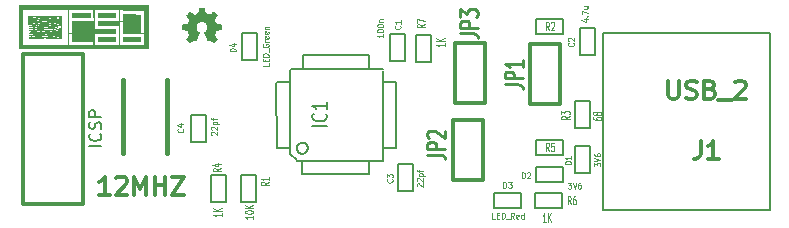
<source format=gto>
G04 (created by PCBNEW-RS274X (2012-jan-04)-stable) date Thu 15 Nov 2012 21:08:36 CET*
G01*
G70*
G90*
%MOIN*%
G04 Gerber Fmt 3.4, Leading zero omitted, Abs format*
%FSLAX34Y34*%
G04 APERTURE LIST*
%ADD10C,0.006000*%
%ADD11C,0.005000*%
%ADD12C,0.012000*%
%ADD13C,0.015000*%
%ADD14C,0.000100*%
%ADD15C,0.008000*%
%ADD16C,0.010000*%
%ADD17C,0.004500*%
G04 APERTURE END LIST*
G54D10*
G54D11*
X61350Y-38175D02*
X66900Y-38175D01*
X66900Y-44075D02*
X61350Y-44075D01*
X61350Y-38175D02*
X61350Y-44075D01*
X66900Y-38175D02*
X66900Y-44075D01*
G54D10*
X53540Y-38920D02*
X53540Y-39370D01*
X51360Y-38920D02*
X51360Y-39360D01*
X53540Y-38920D02*
X51360Y-38920D01*
X54010Y-39800D02*
X54440Y-39800D01*
X54020Y-42010D02*
X54440Y-42010D01*
X54440Y-42020D02*
X54450Y-39800D01*
X50470Y-42000D02*
X50460Y-39830D01*
X51160Y-42430D02*
X53990Y-42430D01*
X50470Y-39820D02*
X50880Y-39820D01*
X50920Y-42180D02*
X50920Y-39400D01*
X54000Y-39380D02*
X50960Y-39380D01*
X54000Y-42430D02*
X54000Y-39430D01*
X51330Y-42880D02*
X53550Y-42880D01*
X53550Y-42880D02*
X53550Y-42430D01*
X51150Y-42426D02*
X50920Y-42196D01*
X51330Y-42878D02*
X51330Y-42426D01*
X50920Y-42000D02*
X50468Y-42000D01*
X51512Y-42018D02*
X51508Y-42054D01*
X51497Y-42089D01*
X51480Y-42122D01*
X51457Y-42150D01*
X51429Y-42173D01*
X51396Y-42191D01*
X51361Y-42202D01*
X51325Y-42205D01*
X51289Y-42202D01*
X51254Y-42192D01*
X51222Y-42175D01*
X51193Y-42152D01*
X51169Y-42124D01*
X51152Y-42092D01*
X51141Y-42057D01*
X51137Y-42020D01*
X51140Y-41985D01*
X51150Y-41949D01*
X51166Y-41917D01*
X51189Y-41888D01*
X51217Y-41864D01*
X51249Y-41846D01*
X51284Y-41835D01*
X51321Y-41831D01*
X51356Y-41833D01*
X51391Y-41843D01*
X51424Y-41860D01*
X51453Y-41882D01*
X51477Y-41910D01*
X51495Y-41942D01*
X51507Y-41977D01*
X51511Y-42013D01*
X51512Y-42018D01*
G54D12*
X57400Y-40525D02*
X56400Y-40525D01*
X56400Y-40525D02*
X56400Y-38525D01*
X56400Y-38525D02*
X57400Y-38525D01*
X57400Y-38525D02*
X57400Y-40525D01*
X57350Y-43075D02*
X56350Y-43075D01*
X56350Y-43075D02*
X56350Y-41075D01*
X56350Y-41075D02*
X57350Y-41075D01*
X57350Y-41075D02*
X57350Y-43075D01*
X59925Y-40550D02*
X58925Y-40550D01*
X58925Y-40550D02*
X58925Y-38550D01*
X58925Y-38550D02*
X59925Y-38550D01*
X59925Y-38550D02*
X59925Y-40550D01*
X44025Y-38875D02*
X44025Y-43875D01*
X44025Y-43875D02*
X42025Y-43875D01*
X42025Y-43875D02*
X42025Y-38875D01*
X42025Y-38875D02*
X44025Y-38875D01*
G54D11*
X54750Y-38225D02*
X54750Y-39125D01*
X54750Y-39125D02*
X54250Y-39125D01*
X54250Y-39125D02*
X54250Y-38225D01*
X54250Y-38225D02*
X54750Y-38225D01*
X61075Y-38000D02*
X61075Y-38900D01*
X61075Y-38900D02*
X60575Y-38900D01*
X60575Y-38900D02*
X60575Y-38000D01*
X60575Y-38000D02*
X61075Y-38000D01*
X54525Y-43450D02*
X54525Y-42550D01*
X54525Y-42550D02*
X55025Y-42550D01*
X55025Y-42550D02*
X55025Y-43450D01*
X55025Y-43450D02*
X54525Y-43450D01*
X47600Y-41800D02*
X47600Y-40900D01*
X47600Y-40900D02*
X48100Y-40900D01*
X48100Y-40900D02*
X48100Y-41800D01*
X48100Y-41800D02*
X47600Y-41800D01*
X60925Y-41950D02*
X60925Y-42850D01*
X60925Y-42850D02*
X60425Y-42850D01*
X60425Y-42850D02*
X60425Y-41950D01*
X60425Y-41950D02*
X60925Y-41950D01*
X59100Y-42650D02*
X60000Y-42650D01*
X60000Y-42650D02*
X60000Y-43150D01*
X60000Y-43150D02*
X59100Y-43150D01*
X59100Y-43150D02*
X59100Y-42650D01*
X57725Y-43500D02*
X58625Y-43500D01*
X58625Y-43500D02*
X58625Y-44000D01*
X58625Y-44000D02*
X57725Y-44000D01*
X57725Y-44000D02*
X57725Y-43500D01*
X49325Y-39075D02*
X49325Y-38175D01*
X49325Y-38175D02*
X49825Y-38175D01*
X49825Y-38175D02*
X49825Y-39075D01*
X49825Y-39075D02*
X49325Y-39075D01*
X49275Y-43800D02*
X49275Y-42900D01*
X49275Y-42900D02*
X49775Y-42900D01*
X49775Y-42900D02*
X49775Y-43800D01*
X49775Y-43800D02*
X49275Y-43800D01*
X59125Y-37725D02*
X60025Y-37725D01*
X60025Y-37725D02*
X60025Y-38225D01*
X60025Y-38225D02*
X59125Y-38225D01*
X59125Y-38225D02*
X59125Y-37725D01*
X60425Y-41350D02*
X60425Y-40450D01*
X60425Y-40450D02*
X60925Y-40450D01*
X60925Y-40450D02*
X60925Y-41350D01*
X60925Y-41350D02*
X60425Y-41350D01*
X48775Y-42900D02*
X48775Y-43800D01*
X48775Y-43800D02*
X48275Y-43800D01*
X48275Y-43800D02*
X48275Y-42900D01*
X48275Y-42900D02*
X48775Y-42900D01*
X59125Y-41750D02*
X60025Y-41750D01*
X60025Y-41750D02*
X60025Y-42250D01*
X60025Y-42250D02*
X59125Y-42250D01*
X59125Y-42250D02*
X59125Y-41750D01*
X59975Y-44000D02*
X59075Y-44000D01*
X59075Y-44000D02*
X59075Y-43500D01*
X59075Y-43500D02*
X59975Y-43500D01*
X59975Y-43500D02*
X59975Y-44000D01*
X55600Y-38250D02*
X55600Y-39150D01*
X55600Y-39150D02*
X55100Y-39150D01*
X55100Y-39150D02*
X55100Y-38250D01*
X55100Y-38250D02*
X55600Y-38250D01*
G54D13*
X46803Y-39730D02*
X46803Y-42170D01*
X45347Y-42170D02*
X45347Y-39730D01*
G54D14*
G36*
X46205Y-38718D02*
X46057Y-38718D01*
X46057Y-38580D01*
X46057Y-38393D01*
X46057Y-38206D01*
X46057Y-38176D01*
X46057Y-37818D01*
X46057Y-37459D01*
X45703Y-37459D01*
X45348Y-37459D01*
X45348Y-37430D01*
X45348Y-37412D01*
X45341Y-37403D01*
X45324Y-37400D01*
X45299Y-37400D01*
X45250Y-37400D01*
X45250Y-37592D01*
X45250Y-37784D01*
X45299Y-37784D01*
X45348Y-37784D01*
X45348Y-37670D01*
X45348Y-37557D01*
X45651Y-37560D01*
X45954Y-37562D01*
X45956Y-37870D01*
X45959Y-38176D01*
X46008Y-38176D01*
X46057Y-38176D01*
X46057Y-38206D01*
X45703Y-38206D01*
X45348Y-38206D01*
X45348Y-38009D01*
X45348Y-37813D01*
X45299Y-37813D01*
X45250Y-37813D01*
X45250Y-38196D01*
X45250Y-38580D01*
X45654Y-38580D01*
X46057Y-38580D01*
X46057Y-38718D01*
X45211Y-38718D01*
X45211Y-37410D01*
X44808Y-37410D01*
X44404Y-37410D01*
X44404Y-37730D01*
X44404Y-38048D01*
X44756Y-38051D01*
X45108Y-38053D01*
X45108Y-38132D01*
X45108Y-38211D01*
X44756Y-38213D01*
X44404Y-38216D01*
X44404Y-38403D01*
X44404Y-38590D01*
X44807Y-38590D01*
X45211Y-38590D01*
X45208Y-38267D01*
X45206Y-37946D01*
X44854Y-37944D01*
X44502Y-37941D01*
X44502Y-37862D01*
X44502Y-37784D01*
X44854Y-37781D01*
X45206Y-37779D01*
X45208Y-37594D01*
X45211Y-37410D01*
X45211Y-38718D01*
X44365Y-38718D01*
X44365Y-37774D01*
X44362Y-37589D01*
X44359Y-37405D01*
X43959Y-37402D01*
X43558Y-37400D01*
X43558Y-37793D01*
X43558Y-38186D01*
X43607Y-38186D01*
X43657Y-38186D01*
X43657Y-37980D01*
X43657Y-37774D01*
X44011Y-37774D01*
X44365Y-37774D01*
X44365Y-38718D01*
X44364Y-38718D01*
X44364Y-38590D01*
X44364Y-38536D01*
X44364Y-38481D01*
X44011Y-38481D01*
X43657Y-38481D01*
X43657Y-38349D01*
X43657Y-38216D01*
X43607Y-38216D01*
X43558Y-38216D01*
X43558Y-38403D01*
X43558Y-38590D01*
X43962Y-38590D01*
X44364Y-38590D01*
X44364Y-38718D01*
X44040Y-38718D01*
X43512Y-38718D01*
X43512Y-38590D01*
X43505Y-38479D01*
X43504Y-38447D01*
X43503Y-38397D01*
X43502Y-38333D01*
X43501Y-38256D01*
X43500Y-38170D01*
X43500Y-38077D01*
X43499Y-37979D01*
X43499Y-37885D01*
X43499Y-37400D01*
X42756Y-37400D01*
X42013Y-37400D01*
X42013Y-37994D01*
X42013Y-38590D01*
X42763Y-38590D01*
X43512Y-38590D01*
X43512Y-38718D01*
X41875Y-38718D01*
X41875Y-37985D01*
X41875Y-37252D01*
X44040Y-37252D01*
X46205Y-37252D01*
X46205Y-37985D01*
X46205Y-38718D01*
X46205Y-38718D01*
X46205Y-38718D01*
G37*
G36*
X43322Y-37597D02*
X43322Y-37885D01*
X43322Y-37965D01*
X43321Y-38044D01*
X43320Y-38119D01*
X43319Y-38186D01*
X43317Y-38242D01*
X43316Y-38282D01*
X43316Y-38282D01*
X43309Y-38393D01*
X43297Y-38393D01*
X43297Y-37950D01*
X43282Y-37931D01*
X43274Y-37927D01*
X43264Y-37920D01*
X43260Y-37906D01*
X43260Y-37879D01*
X43261Y-37864D01*
X43262Y-37830D01*
X43259Y-37809D01*
X43250Y-37796D01*
X43247Y-37793D01*
X43234Y-37784D01*
X43236Y-37788D01*
X43242Y-37796D01*
X43250Y-37816D01*
X43250Y-37848D01*
X43248Y-37863D01*
X43242Y-37895D01*
X43233Y-37912D01*
X43228Y-37915D01*
X43228Y-37786D01*
X43206Y-37765D01*
X43189Y-37745D01*
X43186Y-37725D01*
X43195Y-37699D01*
X43199Y-37691D01*
X43211Y-37665D01*
X43210Y-37652D01*
X43197Y-37646D01*
X43184Y-37646D01*
X43163Y-37651D01*
X43153Y-37663D01*
X43160Y-37677D01*
X43164Y-37680D01*
X43172Y-37694D01*
X43174Y-37710D01*
X43174Y-37735D01*
X43094Y-37735D01*
X43094Y-37699D01*
X43094Y-37688D01*
X43086Y-37665D01*
X43068Y-37657D01*
X43053Y-37658D01*
X43047Y-37670D01*
X43046Y-37685D01*
X43049Y-37706D01*
X43060Y-37714D01*
X43072Y-37715D01*
X43090Y-37712D01*
X43094Y-37699D01*
X43094Y-37735D01*
X43016Y-37735D01*
X43016Y-37699D01*
X43015Y-37688D01*
X43007Y-37665D01*
X42990Y-37657D01*
X42974Y-37658D01*
X42968Y-37670D01*
X42968Y-37685D01*
X42970Y-37706D01*
X42981Y-37714D01*
X42993Y-37715D01*
X43011Y-37712D01*
X43016Y-37699D01*
X43016Y-37735D01*
X42943Y-37735D01*
X42938Y-37734D01*
X42938Y-37692D01*
X42930Y-37658D01*
X42907Y-37635D01*
X42873Y-37628D01*
X42871Y-37628D01*
X42851Y-37629D01*
X42851Y-37631D01*
X42859Y-37633D01*
X42890Y-37639D01*
X42904Y-37646D01*
X42904Y-37654D01*
X42900Y-37658D01*
X42891Y-37677D01*
X42889Y-37692D01*
X42893Y-37709D01*
X42911Y-37715D01*
X42913Y-37715D01*
X42932Y-37711D01*
X42938Y-37695D01*
X42938Y-37692D01*
X42938Y-37734D01*
X42878Y-37734D01*
X42859Y-37734D01*
X42859Y-37685D01*
X42856Y-37664D01*
X42845Y-37656D01*
X42840Y-37656D01*
X42823Y-37664D01*
X42817Y-37676D01*
X42817Y-37629D01*
X42810Y-37627D01*
X42783Y-37634D01*
X42761Y-37655D01*
X42751Y-37683D01*
X42751Y-37686D01*
X42754Y-37707D01*
X42766Y-37714D01*
X42771Y-37715D01*
X42785Y-37712D01*
X42790Y-37700D01*
X42789Y-37679D01*
X42789Y-37653D01*
X42798Y-37639D01*
X42805Y-37635D01*
X42817Y-37629D01*
X42817Y-37676D01*
X42813Y-37683D01*
X42814Y-37703D01*
X42815Y-37705D01*
X42829Y-37713D01*
X42840Y-37715D01*
X42854Y-37710D01*
X42859Y-37692D01*
X42859Y-37685D01*
X42859Y-37734D01*
X42820Y-37733D01*
X42772Y-37732D01*
X42736Y-37730D01*
X42716Y-37728D01*
X42712Y-37727D01*
X42718Y-37713D01*
X42722Y-37708D01*
X42729Y-37690D01*
X42723Y-37670D01*
X42708Y-37657D01*
X42701Y-37656D01*
X42687Y-37661D01*
X42682Y-37680D01*
X42682Y-37683D01*
X42686Y-37708D01*
X42694Y-37723D01*
X42698Y-37730D01*
X42686Y-37734D01*
X42668Y-37735D01*
X42653Y-37737D01*
X42653Y-37695D01*
X42653Y-37693D01*
X42647Y-37673D01*
X42631Y-37649D01*
X42613Y-37632D01*
X42600Y-37626D01*
X42599Y-37631D01*
X42608Y-37639D01*
X42619Y-37652D01*
X42615Y-37660D01*
X42606Y-37674D01*
X42603Y-37691D01*
X42608Y-37709D01*
X42624Y-37715D01*
X42628Y-37715D01*
X42647Y-37710D01*
X42653Y-37695D01*
X42653Y-37737D01*
X42625Y-37742D01*
X42585Y-37762D01*
X42574Y-37773D01*
X42574Y-37683D01*
X42571Y-37662D01*
X42561Y-37657D01*
X42552Y-37657D01*
X42536Y-37663D01*
X42531Y-37679D01*
X42531Y-37693D01*
X42530Y-37712D01*
X42520Y-37729D01*
X42511Y-37737D01*
X42511Y-37627D01*
X42507Y-37626D01*
X42492Y-37634D01*
X42490Y-37636D01*
X42477Y-37644D01*
X42461Y-37646D01*
X42440Y-37642D01*
X42431Y-37636D01*
X42416Y-37628D01*
X42393Y-37626D01*
X42372Y-37632D01*
X42361Y-37641D01*
X42359Y-37665D01*
X42374Y-37681D01*
X42395Y-37685D01*
X42420Y-37680D01*
X42436Y-37670D01*
X42454Y-37658D01*
X42464Y-37655D01*
X42479Y-37652D01*
X42495Y-37643D01*
X42508Y-37634D01*
X42511Y-37627D01*
X42511Y-37737D01*
X42500Y-37747D01*
X42486Y-37758D01*
X42445Y-37785D01*
X42412Y-37805D01*
X42387Y-37817D01*
X42375Y-37818D01*
X42366Y-37819D01*
X42356Y-37830D01*
X42351Y-37845D01*
X42352Y-37852D01*
X42368Y-37862D01*
X42390Y-37861D01*
X42409Y-37850D01*
X42416Y-37840D01*
X42427Y-37825D01*
X42451Y-37802D01*
X42483Y-37776D01*
X42499Y-37764D01*
X42535Y-37737D01*
X42558Y-37718D01*
X42569Y-37702D01*
X42574Y-37688D01*
X42574Y-37683D01*
X42574Y-37773D01*
X42554Y-37791D01*
X42533Y-37826D01*
X42528Y-37862D01*
X42529Y-37868D01*
X42532Y-37890D01*
X42527Y-37900D01*
X42509Y-37902D01*
X42504Y-37902D01*
X42474Y-37909D01*
X42431Y-37931D01*
X42406Y-37947D01*
X42339Y-37991D01*
X42361Y-37984D01*
X42393Y-37968D01*
X42397Y-37965D01*
X42423Y-37948D01*
X42440Y-37941D01*
X42454Y-37943D01*
X42467Y-37950D01*
X42491Y-37959D01*
X42512Y-37956D01*
X42520Y-37953D01*
X42539Y-37939D01*
X42540Y-37926D01*
X42543Y-37908D01*
X42554Y-37890D01*
X42570Y-37863D01*
X42573Y-37836D01*
X42564Y-37817D01*
X42562Y-37805D01*
X42577Y-37786D01*
X42589Y-37775D01*
X42624Y-37744D01*
X42766Y-37744D01*
X42909Y-37744D01*
X42909Y-37777D01*
X42905Y-37802D01*
X42898Y-37820D01*
X42898Y-37820D01*
X42890Y-37839D01*
X42892Y-37860D01*
X42904Y-37874D01*
X42913Y-37877D01*
X42929Y-37869D01*
X42937Y-37851D01*
X42935Y-37830D01*
X42929Y-37820D01*
X42922Y-37803D01*
X42918Y-37778D01*
X42918Y-37777D01*
X42918Y-37744D01*
X43046Y-37744D01*
X43097Y-37745D01*
X43139Y-37747D01*
X43167Y-37750D01*
X43179Y-37754D01*
X43192Y-37766D01*
X43207Y-37775D01*
X43228Y-37786D01*
X43228Y-37915D01*
X43218Y-37922D01*
X43217Y-37922D01*
X43209Y-37928D01*
X43209Y-37877D01*
X43205Y-37864D01*
X43191Y-37856D01*
X43161Y-37849D01*
X43160Y-37849D01*
X43126Y-37842D01*
X43098Y-37834D01*
X43089Y-37830D01*
X43066Y-37825D01*
X43046Y-37829D01*
X43037Y-37839D01*
X43037Y-37841D01*
X43042Y-37854D01*
X43050Y-37868D01*
X43062Y-37881D01*
X43072Y-37879D01*
X43083Y-37870D01*
X43107Y-37857D01*
X43132Y-37853D01*
X43153Y-37855D01*
X43159Y-37863D01*
X43158Y-37872D01*
X43147Y-37891D01*
X43129Y-37913D01*
X43113Y-37932D01*
X43105Y-37949D01*
X43105Y-37949D01*
X43099Y-37968D01*
X43089Y-37982D01*
X43078Y-37997D01*
X43081Y-38006D01*
X43086Y-38010D01*
X43111Y-38018D01*
X43133Y-38014D01*
X43142Y-38003D01*
X43140Y-37985D01*
X43132Y-37979D01*
X43118Y-37963D01*
X43119Y-37943D01*
X43132Y-37922D01*
X43154Y-37906D01*
X43183Y-37898D01*
X43188Y-37897D01*
X43205Y-37890D01*
X43209Y-37877D01*
X43209Y-37928D01*
X43193Y-37938D01*
X43187Y-37961D01*
X43193Y-37979D01*
X43198Y-37995D01*
X43188Y-38006D01*
X43182Y-38010D01*
X43162Y-38021D01*
X43157Y-38029D01*
X43162Y-38042D01*
X43166Y-38047D01*
X43174Y-38066D01*
X43167Y-38079D01*
X43151Y-38085D01*
X43131Y-38081D01*
X43115Y-38070D01*
X43111Y-38056D01*
X43111Y-38055D01*
X43108Y-38041D01*
X43092Y-38033D01*
X43070Y-38033D01*
X43065Y-38034D01*
X43049Y-38045D01*
X43049Y-38060D01*
X43065Y-38071D01*
X43073Y-38074D01*
X43097Y-38079D01*
X43112Y-38083D01*
X43119Y-38095D01*
X43122Y-38120D01*
X43122Y-38134D01*
X43117Y-38173D01*
X43102Y-38198D01*
X43073Y-38211D01*
X43066Y-38212D01*
X43066Y-38133D01*
X43066Y-38130D01*
X43059Y-38104D01*
X43035Y-38078D01*
X43032Y-38075D01*
X43015Y-38063D01*
X43012Y-38061D01*
X43012Y-37852D01*
X43006Y-37832D01*
X42990Y-37825D01*
X42973Y-37826D01*
X42968Y-37841D01*
X42968Y-37845D01*
X42972Y-37871D01*
X42986Y-37881D01*
X42997Y-37880D01*
X43009Y-37869D01*
X43012Y-37852D01*
X43012Y-38061D01*
X42999Y-38055D01*
X42978Y-38050D01*
X42966Y-38049D01*
X42966Y-37934D01*
X42961Y-37915D01*
X42943Y-37905D01*
X42916Y-37904D01*
X42887Y-37915D01*
X42886Y-37915D01*
X42858Y-37928D01*
X42858Y-37851D01*
X42853Y-37827D01*
X42840Y-37806D01*
X42828Y-37795D01*
X42813Y-37789D01*
X42790Y-37785D01*
X42755Y-37784D01*
X42731Y-37784D01*
X42687Y-37784D01*
X42658Y-37787D01*
X42639Y-37792D01*
X42626Y-37801D01*
X42623Y-37803D01*
X42609Y-37826D01*
X42603Y-37852D01*
X42608Y-37873D01*
X42610Y-37876D01*
X42626Y-37881D01*
X42643Y-37872D01*
X42651Y-37854D01*
X42649Y-37833D01*
X42642Y-37823D01*
X42632Y-37812D01*
X42641Y-37803D01*
X42667Y-37797D01*
X42709Y-37794D01*
X42730Y-37794D01*
X42778Y-37794D01*
X42808Y-37797D01*
X42823Y-37802D01*
X42825Y-37810D01*
X42819Y-37819D01*
X42811Y-37840D01*
X42814Y-37861D01*
X42826Y-37875D01*
X42835Y-37877D01*
X42851Y-37870D01*
X42858Y-37851D01*
X42858Y-37928D01*
X42856Y-37929D01*
X42831Y-37928D01*
X42802Y-37913D01*
X42799Y-37911D01*
X42780Y-37894D01*
X42778Y-37882D01*
X42780Y-37879D01*
X42790Y-37860D01*
X42789Y-37840D01*
X42780Y-37825D01*
X42772Y-37823D01*
X42753Y-37830D01*
X42746Y-37846D01*
X42750Y-37869D01*
X42765Y-37895D01*
X42789Y-37917D01*
X42796Y-37922D01*
X42824Y-37935D01*
X42850Y-37941D01*
X42853Y-37941D01*
X42874Y-37945D01*
X42884Y-37952D01*
X42897Y-37958D01*
X42922Y-37959D01*
X42927Y-37959D01*
X42952Y-37954D01*
X42964Y-37943D01*
X42966Y-37934D01*
X42966Y-38049D01*
X42949Y-38047D01*
X42905Y-38046D01*
X42891Y-38045D01*
X42847Y-38044D01*
X42809Y-38041D01*
X42783Y-38038D01*
X42773Y-38035D01*
X42764Y-38024D01*
X42771Y-38016D01*
X42789Y-38014D01*
X42801Y-38016D01*
X42824Y-38017D01*
X42835Y-38007D01*
X42836Y-38004D01*
X42836Y-37987D01*
X42820Y-37978D01*
X42786Y-37977D01*
X42772Y-37978D01*
X42740Y-37981D01*
X42724Y-37986D01*
X42722Y-37995D01*
X42729Y-38009D01*
X42729Y-38009D01*
X42735Y-38027D01*
X42731Y-38034D01*
X42722Y-38048D01*
X42722Y-38055D01*
X42725Y-38063D01*
X42737Y-38066D01*
X42764Y-38064D01*
X42776Y-38063D01*
X42815Y-38060D01*
X42839Y-38065D01*
X42845Y-38068D01*
X42862Y-38076D01*
X42884Y-38070D01*
X42885Y-38070D01*
X42918Y-38061D01*
X42958Y-38059D01*
X42994Y-38065D01*
X43014Y-38073D01*
X43029Y-38087D01*
X43028Y-38101D01*
X43025Y-38107D01*
X43018Y-38130D01*
X43026Y-38149D01*
X43046Y-38157D01*
X43046Y-38157D01*
X43061Y-38152D01*
X43066Y-38133D01*
X43066Y-38212D01*
X43029Y-38215D01*
X43028Y-38215D01*
X42975Y-38216D01*
X42983Y-38157D01*
X42985Y-38124D01*
X42985Y-38106D01*
X42980Y-38099D01*
X42970Y-38098D01*
X42949Y-38104D01*
X42940Y-38109D01*
X42927Y-38116D01*
X42916Y-38109D01*
X42897Y-38099D01*
X42887Y-38098D01*
X42874Y-38104D01*
X42869Y-38123D01*
X42869Y-38127D01*
X42872Y-38149D01*
X42884Y-38157D01*
X42888Y-38157D01*
X42906Y-38150D01*
X42912Y-38142D01*
X42923Y-38127D01*
X42936Y-38128D01*
X42947Y-38142D01*
X42955Y-38168D01*
X42958Y-38194D01*
X42957Y-38202D01*
X42953Y-38208D01*
X42943Y-38212D01*
X42923Y-38215D01*
X42892Y-38216D01*
X42845Y-38217D01*
X42835Y-38217D01*
X42835Y-38127D01*
X42829Y-38107D01*
X42813Y-38099D01*
X42796Y-38101D01*
X42791Y-38116D01*
X42791Y-38120D01*
X42795Y-38146D01*
X42809Y-38155D01*
X42820Y-38155D01*
X42832Y-38143D01*
X42835Y-38127D01*
X42835Y-38217D01*
X42817Y-38218D01*
X42773Y-38218D01*
X42761Y-38219D01*
X42761Y-38127D01*
X42758Y-38105D01*
X42746Y-38098D01*
X42742Y-38098D01*
X42724Y-38103D01*
X42719Y-38110D01*
X42712Y-38116D01*
X42700Y-38107D01*
X42692Y-38091D01*
X42685Y-38062D01*
X42680Y-38026D01*
X42676Y-37990D01*
X42675Y-37957D01*
X42677Y-37934D01*
X42681Y-37927D01*
X42694Y-37912D01*
X42708Y-37887D01*
X42718Y-37860D01*
X42722Y-37841D01*
X42714Y-37826D01*
X42701Y-37823D01*
X42687Y-37825D01*
X42683Y-37836D01*
X42685Y-37859D01*
X42685Y-37862D01*
X42685Y-37894D01*
X42677Y-37913D01*
X42672Y-37927D01*
X42668Y-37955D01*
X42663Y-37992D01*
X42660Y-38034D01*
X42657Y-38076D01*
X42657Y-38113D01*
X42658Y-38140D01*
X42660Y-38151D01*
X42676Y-38157D01*
X42693Y-38153D01*
X42702Y-38143D01*
X42702Y-38142D01*
X42707Y-38129D01*
X42712Y-38127D01*
X42720Y-38135D01*
X42722Y-38142D01*
X42730Y-38154D01*
X42741Y-38157D01*
X42756Y-38152D01*
X42761Y-38135D01*
X42761Y-38127D01*
X42761Y-38219D01*
X42743Y-38220D01*
X42727Y-38221D01*
X42729Y-38222D01*
X42739Y-38223D01*
X42778Y-38228D01*
X42798Y-38236D01*
X42800Y-38249D01*
X42785Y-38265D01*
X42771Y-38272D01*
X42759Y-38263D01*
X42757Y-38260D01*
X42742Y-38248D01*
X42729Y-38254D01*
X42722Y-38275D01*
X42722Y-38280D01*
X42729Y-38299D01*
X42745Y-38305D01*
X42765Y-38296D01*
X42767Y-38294D01*
X42780Y-38291D01*
X42790Y-38299D01*
X42807Y-38313D01*
X42821Y-38308D01*
X42830Y-38299D01*
X42838Y-38285D01*
X42833Y-38268D01*
X42826Y-38254D01*
X42809Y-38226D01*
X42889Y-38226D01*
X42968Y-38226D01*
X42952Y-38250D01*
X42942Y-38272D01*
X42947Y-38291D01*
X42948Y-38295D01*
X42961Y-38311D01*
X42972Y-38309D01*
X42980Y-38291D01*
X42980Y-38267D01*
X42979Y-38226D01*
X43028Y-38226D01*
X43078Y-38220D01*
X43112Y-38202D01*
X43131Y-38173D01*
X43135Y-38148D01*
X43138Y-38120D01*
X43150Y-38104D01*
X43159Y-38098D01*
X43180Y-38082D01*
X43190Y-38067D01*
X43198Y-38052D01*
X43205Y-38049D01*
X43211Y-38040D01*
X43214Y-38025D01*
X43217Y-38008D01*
X43230Y-38000D01*
X43252Y-37995D01*
X43278Y-37987D01*
X43295Y-37978D01*
X43296Y-37975D01*
X43297Y-37950D01*
X43297Y-38393D01*
X43210Y-38393D01*
X43210Y-38339D01*
X43203Y-38328D01*
X43199Y-38324D01*
X43182Y-38316D01*
X43160Y-38322D01*
X43159Y-38323D01*
X43132Y-38331D01*
X43102Y-38334D01*
X43076Y-38331D01*
X43061Y-38324D01*
X43060Y-38309D01*
X43065Y-38296D01*
X43069Y-38274D01*
X43062Y-38259D01*
X43050Y-38247D01*
X43037Y-38251D01*
X43032Y-38255D01*
X43020Y-38276D01*
X43021Y-38296D01*
X43021Y-38318D01*
X43015Y-38326D01*
X43008Y-38337D01*
X43010Y-38347D01*
X43023Y-38360D01*
X43043Y-38363D01*
X43060Y-38355D01*
X43061Y-38354D01*
X43076Y-38346D01*
X43102Y-38344D01*
X43132Y-38347D01*
X43159Y-38355D01*
X43181Y-38362D01*
X43196Y-38356D01*
X43200Y-38352D01*
X43210Y-38339D01*
X43210Y-38393D01*
X42909Y-38393D01*
X42909Y-38285D01*
X42905Y-38263D01*
X42894Y-38255D01*
X42890Y-38255D01*
X42872Y-38262D01*
X42866Y-38270D01*
X42864Y-38294D01*
X42876Y-38310D01*
X42890Y-38314D01*
X42904Y-38309D01*
X42908Y-38290D01*
X42909Y-38285D01*
X42909Y-38393D01*
X42780Y-38393D01*
X42780Y-38345D01*
X42776Y-38339D01*
X42758Y-38334D01*
X42723Y-38332D01*
X42700Y-38332D01*
X42700Y-38292D01*
X42698Y-38270D01*
X42687Y-38255D01*
X42677Y-38254D01*
X42677Y-38218D01*
X42650Y-38217D01*
X42618Y-38225D01*
X42598Y-38242D01*
X42579Y-38267D01*
X42575Y-38286D01*
X42586Y-38303D01*
X42602Y-38312D01*
X42613Y-38303D01*
X42618Y-38276D01*
X42618Y-38269D01*
X42620Y-38244D01*
X42628Y-38231D01*
X42647Y-38225D01*
X42648Y-38224D01*
X42677Y-38218D01*
X42677Y-38254D01*
X42672Y-38253D01*
X42666Y-38256D01*
X42655Y-38275D01*
X42654Y-38297D01*
X42659Y-38308D01*
X42676Y-38313D01*
X42693Y-38305D01*
X42700Y-38292D01*
X42700Y-38332D01*
X42671Y-38331D01*
X42614Y-38332D01*
X42547Y-38334D01*
X42497Y-38333D01*
X42462Y-38329D01*
X42437Y-38323D01*
X42422Y-38313D01*
X42411Y-38300D01*
X42406Y-38289D01*
X42394Y-38270D01*
X42376Y-38266D01*
X42347Y-38277D01*
X42343Y-38279D01*
X42315Y-38293D01*
X42360Y-38300D01*
X42392Y-38308D01*
X42416Y-38320D01*
X42422Y-38325D01*
X42431Y-38333D01*
X42444Y-38338D01*
X42463Y-38341D01*
X42494Y-38343D01*
X42538Y-38344D01*
X42575Y-38344D01*
X42629Y-38344D01*
X42673Y-38346D01*
X42703Y-38349D01*
X42716Y-38353D01*
X42717Y-38354D01*
X42732Y-38362D01*
X42755Y-38361D01*
X42771Y-38354D01*
X42780Y-38345D01*
X42780Y-38393D01*
X42755Y-38393D01*
X42200Y-38393D01*
X42200Y-38344D01*
X42200Y-38295D01*
X42252Y-38294D01*
X42281Y-38293D01*
X42292Y-38290D01*
X42289Y-38285D01*
X42269Y-38278D01*
X42241Y-38275D01*
X42237Y-38275D01*
X42209Y-38272D01*
X42200Y-38262D01*
X42200Y-38261D01*
X42207Y-38253D01*
X42229Y-38246D01*
X42268Y-38241D01*
X42271Y-38240D01*
X42307Y-38236D01*
X42334Y-38229D01*
X42359Y-38217D01*
X42388Y-38198D01*
X42413Y-38180D01*
X42448Y-38154D01*
X42474Y-38139D01*
X42495Y-38130D01*
X42518Y-38127D01*
X42533Y-38127D01*
X42565Y-38129D01*
X42580Y-38134D01*
X42584Y-38142D01*
X42592Y-38154D01*
X42603Y-38157D01*
X42618Y-38152D01*
X42623Y-38135D01*
X42623Y-38127D01*
X42620Y-38106D01*
X42608Y-38098D01*
X42603Y-38098D01*
X42587Y-38102D01*
X42584Y-38108D01*
X42575Y-38113D01*
X42552Y-38117D01*
X42532Y-38117D01*
X42506Y-38119D01*
X42484Y-38123D01*
X42462Y-38134D01*
X42433Y-38153D01*
X42407Y-38173D01*
X42371Y-38198D01*
X42346Y-38214D01*
X42327Y-38221D01*
X42310Y-38223D01*
X42298Y-38221D01*
X42264Y-38216D01*
X42232Y-38213D01*
X42207Y-38208D01*
X42199Y-38199D01*
X42208Y-38191D01*
X42232Y-38186D01*
X42240Y-38186D01*
X42267Y-38183D01*
X42277Y-38174D01*
X42268Y-38164D01*
X42244Y-38157D01*
X42221Y-38150D01*
X42216Y-38142D01*
X42226Y-38135D01*
X42248Y-38127D01*
X42282Y-38122D01*
X42324Y-38118D01*
X42339Y-38118D01*
X42376Y-38113D01*
X42400Y-38100D01*
X42401Y-38098D01*
X42424Y-38083D01*
X42449Y-38076D01*
X42475Y-38068D01*
X42484Y-38056D01*
X42479Y-38043D01*
X42463Y-38037D01*
X42444Y-38039D01*
X42428Y-38049D01*
X42424Y-38057D01*
X42412Y-38076D01*
X42393Y-38093D01*
X42377Y-38101D01*
X42359Y-38106D01*
X42333Y-38106D01*
X42294Y-38103D01*
X42283Y-38101D01*
X42240Y-38096D01*
X42213Y-38089D01*
X42204Y-38082D01*
X42212Y-38077D01*
X42239Y-38074D01*
X42264Y-38073D01*
X42306Y-38069D01*
X42349Y-38057D01*
X42385Y-38042D01*
X42409Y-38023D01*
X42411Y-38019D01*
X42424Y-38014D01*
X42446Y-38016D01*
X42469Y-38017D01*
X42481Y-38007D01*
X42482Y-38004D01*
X42481Y-37985D01*
X42474Y-37980D01*
X42456Y-37972D01*
X42442Y-37978D01*
X42429Y-37990D01*
X42410Y-38008D01*
X42385Y-38024D01*
X42359Y-38036D01*
X42340Y-38042D01*
X42333Y-38041D01*
X42320Y-38037D01*
X42294Y-38034D01*
X42265Y-38034D01*
X42227Y-38032D01*
X42207Y-38027D01*
X42206Y-38021D01*
X42223Y-38014D01*
X42259Y-38007D01*
X42276Y-38004D01*
X42324Y-37996D01*
X42338Y-37991D01*
X42269Y-37985D01*
X42234Y-37980D01*
X42208Y-37976D01*
X42195Y-37971D01*
X42195Y-37971D01*
X42197Y-37961D01*
X42215Y-37955D01*
X42246Y-37954D01*
X42274Y-37957D01*
X42311Y-37959D01*
X42330Y-37954D01*
X42333Y-37951D01*
X42334Y-37935D01*
X42318Y-37924D01*
X42283Y-37918D01*
X42256Y-37917D01*
X42195Y-37917D01*
X42192Y-37757D01*
X42190Y-37597D01*
X42756Y-37597D01*
X43322Y-37597D01*
X43322Y-37597D01*
X43322Y-37597D01*
G37*
G36*
X42610Y-38121D02*
X42609Y-38127D01*
X42603Y-38127D01*
X42595Y-38124D01*
X42597Y-38121D01*
X42609Y-38119D01*
X42610Y-38121D01*
X42610Y-38121D01*
X42610Y-38121D01*
G37*
G36*
X42308Y-38053D02*
X42303Y-38058D01*
X42298Y-38053D01*
X42303Y-38049D01*
X42308Y-38053D01*
X42308Y-38053D01*
X42308Y-38053D01*
G37*
G36*
X42462Y-38052D02*
X42461Y-38057D01*
X42456Y-38058D01*
X42448Y-38055D01*
X42449Y-38052D01*
X42461Y-38051D01*
X42462Y-38052D01*
X42462Y-38052D01*
X42462Y-38052D01*
G37*
G36*
X42462Y-37993D02*
X42461Y-37998D01*
X42456Y-37999D01*
X42448Y-37996D01*
X42449Y-37993D01*
X42461Y-37992D01*
X42462Y-37993D01*
X42462Y-37993D01*
X42462Y-37993D01*
G37*
G36*
X42308Y-37936D02*
X42303Y-37941D01*
X42298Y-37936D01*
X42303Y-37931D01*
X42308Y-37936D01*
X42308Y-37936D01*
X42308Y-37936D01*
G37*
G36*
X42505Y-37926D02*
X42500Y-37931D01*
X42495Y-37926D01*
X42500Y-37921D01*
X42505Y-37926D01*
X42505Y-37926D01*
X42505Y-37926D01*
G37*
G36*
X42554Y-37848D02*
X42549Y-37853D01*
X42544Y-37848D01*
X42549Y-37843D01*
X42554Y-37848D01*
X42554Y-37848D01*
X42554Y-37848D01*
G37*
G36*
X42918Y-37848D02*
X42913Y-37853D01*
X42909Y-37848D01*
X42913Y-37843D01*
X42918Y-37848D01*
X42918Y-37848D01*
X42918Y-37848D01*
G37*
G36*
X42710Y-37691D02*
X42709Y-37692D01*
X42703Y-37691D01*
X42702Y-37685D01*
X42706Y-37677D01*
X42709Y-37679D01*
X42710Y-37691D01*
X42710Y-37691D01*
X42710Y-37691D01*
G37*
G36*
X43194Y-37661D02*
X43189Y-37666D01*
X43184Y-37661D01*
X43189Y-37656D01*
X43194Y-37661D01*
X43194Y-37661D01*
X43194Y-37661D01*
G37*
G36*
X45105Y-38366D02*
X45104Y-38402D01*
X45104Y-38407D01*
X45101Y-38481D01*
X44802Y-38481D01*
X44502Y-38481D01*
X44502Y-38398D01*
X44502Y-38314D01*
X44801Y-38314D01*
X44890Y-38315D01*
X44965Y-38316D01*
X45025Y-38317D01*
X45069Y-38319D01*
X45096Y-38321D01*
X45104Y-38324D01*
X45105Y-38338D01*
X45105Y-38366D01*
X45105Y-38366D01*
X45105Y-38366D01*
G37*
G36*
X45112Y-37675D02*
X44502Y-37675D01*
X44502Y-37508D01*
X45112Y-37508D01*
X45112Y-37675D01*
X45112Y-37675D01*
X45112Y-37675D01*
G37*
G36*
X45959Y-38472D02*
X45348Y-38472D01*
X45348Y-38314D01*
X45959Y-38314D01*
X45959Y-38472D01*
X45959Y-38472D01*
X45959Y-38472D01*
G37*
G36*
X44266Y-37666D02*
X43657Y-37666D01*
X43657Y-37508D01*
X44266Y-37508D01*
X44266Y-37666D01*
X44266Y-37666D01*
X44266Y-37666D01*
G37*
G36*
X42751Y-38339D02*
X42746Y-38344D01*
X42741Y-38339D01*
X42746Y-38334D01*
X42751Y-38339D01*
X42751Y-38339D01*
X42751Y-38339D01*
G37*
G36*
X42387Y-38290D02*
X42382Y-38295D01*
X42377Y-38290D01*
X42382Y-38285D01*
X42387Y-38290D01*
X42387Y-38290D01*
X42387Y-38290D01*
G37*
G36*
X43046Y-38339D02*
X43042Y-38344D01*
X43037Y-38339D01*
X43042Y-38334D01*
X43046Y-38339D01*
X43046Y-38339D01*
X43046Y-38339D01*
G37*
G36*
X43184Y-38339D02*
X43179Y-38344D01*
X43174Y-38339D01*
X43179Y-38334D01*
X43184Y-38339D01*
X43184Y-38339D01*
X43184Y-38339D01*
G37*
G36*
X43053Y-38278D02*
X43052Y-38284D01*
X43046Y-38285D01*
X43038Y-38281D01*
X43040Y-38278D01*
X43052Y-38277D01*
X43053Y-38278D01*
X43053Y-38278D01*
X43053Y-38278D01*
G37*
G36*
X42613Y-38280D02*
X42608Y-38285D01*
X42603Y-38280D01*
X42608Y-38275D01*
X42613Y-38280D01*
X42613Y-38280D01*
X42613Y-38280D01*
G37*
G36*
X42682Y-38280D02*
X42677Y-38285D01*
X42672Y-38280D01*
X42677Y-38275D01*
X42682Y-38280D01*
X42682Y-38280D01*
X42682Y-38280D01*
G37*
G36*
X42751Y-38280D02*
X42746Y-38285D01*
X42741Y-38280D01*
X42746Y-38275D01*
X42751Y-38280D01*
X42751Y-38280D01*
X42751Y-38280D01*
G37*
G36*
X42820Y-38280D02*
X42815Y-38285D01*
X42810Y-38280D01*
X42815Y-38275D01*
X42820Y-38280D01*
X42820Y-38280D01*
X42820Y-38280D01*
G37*
G36*
X42978Y-38280D02*
X42972Y-38285D01*
X42968Y-38280D01*
X42972Y-38275D01*
X42978Y-38280D01*
X42978Y-38280D01*
X42978Y-38280D01*
G37*
G36*
X42899Y-38122D02*
X42894Y-38127D01*
X42889Y-38122D01*
X42894Y-38117D01*
X42899Y-38122D01*
X42899Y-38122D01*
X42899Y-38122D01*
G37*
G36*
X42978Y-38122D02*
X42972Y-38127D01*
X42968Y-38122D01*
X42972Y-38117D01*
X42978Y-38122D01*
X42978Y-38122D01*
X42978Y-38122D01*
G37*
G36*
X43086Y-38053D02*
X43081Y-38058D01*
X43076Y-38053D01*
X43081Y-38049D01*
X43086Y-38053D01*
X43086Y-38053D01*
X43086Y-38053D01*
G37*
G36*
X43194Y-38034D02*
X43189Y-38039D01*
X43184Y-38034D01*
X43189Y-38029D01*
X43194Y-38034D01*
X43194Y-38034D01*
X43194Y-38034D01*
G37*
G36*
X43253Y-37961D02*
X43246Y-37970D01*
X43243Y-37971D01*
X43234Y-37963D01*
X43234Y-37961D01*
X43241Y-37951D01*
X43243Y-37951D01*
X43253Y-37959D01*
X43253Y-37961D01*
X43253Y-37961D01*
X43253Y-37961D01*
G37*
G36*
X42899Y-38280D02*
X42894Y-38285D01*
X42889Y-38280D01*
X42894Y-38275D01*
X42899Y-38280D01*
X42899Y-38280D01*
X42899Y-38280D01*
G37*
G36*
X42682Y-38122D02*
X42677Y-38127D01*
X42672Y-38122D01*
X42677Y-38117D01*
X42682Y-38122D01*
X42682Y-38122D01*
X42682Y-38122D01*
G37*
G36*
X42751Y-38122D02*
X42746Y-38127D01*
X42741Y-38122D01*
X42746Y-38117D01*
X42751Y-38122D01*
X42751Y-38122D01*
X42751Y-38122D01*
G37*
G36*
X42712Y-37848D02*
X42707Y-37853D01*
X42702Y-37848D01*
X42707Y-37843D01*
X42712Y-37848D01*
X42712Y-37848D01*
X42712Y-37848D01*
G37*
G36*
X42820Y-38122D02*
X42815Y-38127D01*
X42810Y-38122D01*
X42815Y-38117D01*
X42820Y-38122D01*
X42820Y-38122D01*
X42820Y-38122D01*
G37*
G36*
X43056Y-38122D02*
X43051Y-38127D01*
X43046Y-38122D01*
X43051Y-38117D01*
X43056Y-38122D01*
X43056Y-38122D01*
X43056Y-38122D01*
G37*
G36*
X42758Y-38052D02*
X42756Y-38057D01*
X42751Y-38058D01*
X42743Y-38055D01*
X42745Y-38052D01*
X42756Y-38051D01*
X42758Y-38052D01*
X42758Y-38052D01*
X42758Y-38052D01*
G37*
G36*
X42869Y-38053D02*
X42864Y-38058D01*
X42859Y-38053D01*
X42864Y-38049D01*
X42869Y-38053D01*
X42869Y-38053D01*
X42869Y-38053D01*
G37*
G36*
X42758Y-37993D02*
X42756Y-37998D01*
X42751Y-37999D01*
X42743Y-37996D01*
X42745Y-37993D01*
X42756Y-37992D01*
X42758Y-37993D01*
X42758Y-37993D01*
X42758Y-37993D01*
G37*
G36*
X42820Y-37994D02*
X42815Y-37999D01*
X42810Y-37994D01*
X42815Y-37990D01*
X42820Y-37994D01*
X42820Y-37994D01*
X42820Y-37994D01*
G37*
G36*
X43115Y-37994D02*
X43110Y-37999D01*
X43105Y-37994D01*
X43110Y-37990D01*
X43115Y-37994D01*
X43115Y-37994D01*
X43115Y-37994D01*
G37*
G36*
X43194Y-37877D02*
X43189Y-37882D01*
X43184Y-37877D01*
X43189Y-37872D01*
X43194Y-37877D01*
X43194Y-37877D01*
X43194Y-37877D01*
G37*
G36*
X43073Y-37846D02*
X43071Y-37852D01*
X43066Y-37853D01*
X43058Y-37849D01*
X43060Y-37846D01*
X43071Y-37845D01*
X43073Y-37846D01*
X43073Y-37846D01*
X43073Y-37846D01*
G37*
G36*
X42928Y-37936D02*
X42923Y-37941D01*
X42918Y-37936D01*
X42923Y-37931D01*
X42928Y-37936D01*
X42928Y-37936D01*
X42928Y-37936D01*
G37*
G36*
X42781Y-37848D02*
X42776Y-37853D01*
X42771Y-37848D01*
X42776Y-37843D01*
X42781Y-37848D01*
X42781Y-37848D01*
X42781Y-37848D01*
G37*
G36*
X42633Y-37848D02*
X42628Y-37853D01*
X42623Y-37848D01*
X42628Y-37843D01*
X42633Y-37848D01*
X42633Y-37848D01*
X42633Y-37848D01*
G37*
G36*
X42846Y-37846D02*
X42845Y-37852D01*
X42840Y-37853D01*
X42832Y-37849D01*
X42833Y-37846D01*
X42845Y-37845D01*
X42846Y-37846D01*
X42846Y-37846D01*
X42846Y-37846D01*
G37*
G36*
X42997Y-37848D02*
X42992Y-37853D01*
X42987Y-37848D01*
X42992Y-37843D01*
X42997Y-37848D01*
X42997Y-37848D01*
X42997Y-37848D01*
G37*
G36*
X42387Y-37838D02*
X42382Y-37843D01*
X42377Y-37838D01*
X42382Y-37833D01*
X42387Y-37838D01*
X42387Y-37838D01*
X42387Y-37838D01*
G37*
G36*
X42564Y-37690D02*
X42559Y-37695D01*
X42554Y-37690D01*
X42559Y-37685D01*
X42564Y-37690D01*
X42564Y-37690D01*
X42564Y-37690D01*
G37*
G36*
X42643Y-37690D02*
X42638Y-37695D01*
X42633Y-37690D01*
X42638Y-37685D01*
X42643Y-37690D01*
X42643Y-37690D01*
X42643Y-37690D01*
G37*
G36*
X42781Y-37690D02*
X42776Y-37695D01*
X42771Y-37690D01*
X42776Y-37685D01*
X42781Y-37690D01*
X42781Y-37690D01*
X42781Y-37690D01*
G37*
G36*
X42995Y-37691D02*
X42994Y-37692D01*
X42988Y-37691D01*
X42987Y-37685D01*
X42991Y-37677D01*
X42994Y-37679D01*
X42995Y-37691D01*
X42995Y-37691D01*
X42995Y-37691D01*
G37*
G36*
X43074Y-37691D02*
X43073Y-37692D01*
X43067Y-37691D01*
X43066Y-37685D01*
X43070Y-37677D01*
X43073Y-37679D01*
X43074Y-37691D01*
X43074Y-37691D01*
X43074Y-37691D01*
G37*
G36*
X42407Y-37651D02*
X42402Y-37656D01*
X42397Y-37651D01*
X42402Y-37646D01*
X42407Y-37651D01*
X42407Y-37651D01*
X42407Y-37651D01*
G37*
G36*
X47582Y-38510D02*
X47589Y-38506D01*
X47604Y-38497D01*
X47626Y-38482D01*
X47652Y-38465D01*
X47678Y-38447D01*
X47700Y-38433D01*
X47715Y-38423D01*
X47721Y-38420D01*
X47724Y-38421D01*
X47737Y-38427D01*
X47754Y-38436D01*
X47765Y-38442D01*
X47781Y-38449D01*
X47790Y-38450D01*
X47791Y-38448D01*
X47797Y-38436D01*
X47806Y-38414D01*
X47819Y-38386D01*
X47833Y-38352D01*
X47848Y-38316D01*
X47864Y-38280D01*
X47878Y-38245D01*
X47891Y-38213D01*
X47901Y-38187D01*
X47908Y-38170D01*
X47911Y-38162D01*
X47910Y-38160D01*
X47902Y-38152D01*
X47887Y-38142D01*
X47856Y-38116D01*
X47825Y-38078D01*
X47807Y-38035D01*
X47800Y-37986D01*
X47806Y-37941D01*
X47823Y-37899D01*
X47853Y-37860D01*
X47890Y-37831D01*
X47932Y-37813D01*
X47980Y-37807D01*
X48025Y-37812D01*
X48069Y-37830D01*
X48108Y-37859D01*
X48125Y-37878D01*
X48147Y-37917D01*
X48160Y-37959D01*
X48161Y-37970D01*
X48159Y-38016D01*
X48146Y-38060D01*
X48121Y-38099D01*
X48088Y-38132D01*
X48083Y-38135D01*
X48068Y-38147D01*
X48057Y-38155D01*
X48049Y-38161D01*
X48108Y-38303D01*
X48117Y-38325D01*
X48133Y-38364D01*
X48147Y-38397D01*
X48159Y-38424D01*
X48167Y-38442D01*
X48170Y-38449D01*
X48170Y-38449D01*
X48176Y-38450D01*
X48186Y-38446D01*
X48206Y-38437D01*
X48219Y-38430D01*
X48234Y-38423D01*
X48241Y-38420D01*
X48247Y-38423D01*
X48261Y-38432D01*
X48282Y-38446D01*
X48308Y-38464D01*
X48332Y-38480D01*
X48354Y-38495D01*
X48370Y-38505D01*
X48378Y-38509D01*
X48379Y-38509D01*
X48386Y-38505D01*
X48399Y-38495D01*
X48418Y-38477D01*
X48445Y-38450D01*
X48449Y-38445D01*
X48472Y-38423D01*
X48490Y-38404D01*
X48502Y-38390D01*
X48507Y-38384D01*
X48507Y-38384D01*
X48503Y-38376D01*
X48492Y-38360D01*
X48478Y-38337D01*
X48460Y-38311D01*
X48413Y-38243D01*
X48439Y-38179D01*
X48447Y-38159D01*
X48457Y-38135D01*
X48464Y-38118D01*
X48468Y-38111D01*
X48475Y-38108D01*
X48492Y-38104D01*
X48518Y-38099D01*
X48548Y-38093D01*
X48577Y-38088D01*
X48603Y-38083D01*
X48622Y-38079D01*
X48631Y-38078D01*
X48633Y-38076D01*
X48635Y-38072D01*
X48636Y-38063D01*
X48636Y-38047D01*
X48637Y-38022D01*
X48637Y-37986D01*
X48637Y-37982D01*
X48636Y-37948D01*
X48636Y-37920D01*
X48635Y-37903D01*
X48634Y-37896D01*
X48634Y-37896D01*
X48625Y-37894D01*
X48607Y-37890D01*
X48581Y-37885D01*
X48550Y-37879D01*
X48548Y-37878D01*
X48517Y-37872D01*
X48490Y-37867D01*
X48472Y-37863D01*
X48465Y-37860D01*
X48463Y-37858D01*
X48457Y-37846D01*
X48448Y-37827D01*
X48437Y-37803D01*
X48427Y-37779D01*
X48419Y-37757D01*
X48413Y-37740D01*
X48411Y-37733D01*
X48411Y-37733D01*
X48416Y-37725D01*
X48426Y-37709D01*
X48441Y-37687D01*
X48460Y-37660D01*
X48461Y-37658D01*
X48479Y-37632D01*
X48493Y-37610D01*
X48503Y-37594D01*
X48507Y-37587D01*
X48506Y-37586D01*
X48501Y-37579D01*
X48487Y-37564D01*
X48468Y-37544D01*
X48445Y-37520D01*
X48438Y-37513D01*
X48412Y-37488D01*
X48394Y-37472D01*
X48383Y-37463D01*
X48378Y-37461D01*
X48378Y-37461D01*
X48370Y-37466D01*
X48353Y-37477D01*
X48331Y-37492D01*
X48304Y-37510D01*
X48302Y-37512D01*
X48276Y-37530D01*
X48254Y-37544D01*
X48239Y-37555D01*
X48232Y-37559D01*
X48231Y-37559D01*
X48220Y-37556D01*
X48201Y-37549D01*
X48178Y-37540D01*
X48154Y-37530D01*
X48132Y-37521D01*
X48115Y-37514D01*
X48108Y-37509D01*
X48107Y-37509D01*
X48105Y-37499D01*
X48100Y-37480D01*
X48094Y-37453D01*
X48088Y-37420D01*
X48087Y-37415D01*
X48081Y-37384D01*
X48076Y-37358D01*
X48073Y-37340D01*
X48071Y-37333D01*
X48066Y-37332D01*
X48051Y-37331D01*
X48028Y-37330D01*
X48000Y-37330D01*
X47970Y-37330D01*
X47941Y-37331D01*
X47917Y-37331D01*
X47899Y-37333D01*
X47891Y-37334D01*
X47891Y-37335D01*
X47888Y-37344D01*
X47884Y-37364D01*
X47879Y-37391D01*
X47872Y-37423D01*
X47871Y-37429D01*
X47865Y-37460D01*
X47860Y-37486D01*
X47856Y-37504D01*
X47854Y-37511D01*
X47852Y-37512D01*
X47839Y-37518D01*
X47818Y-37526D01*
X47792Y-37537D01*
X47732Y-37561D01*
X47658Y-37511D01*
X47651Y-37506D01*
X47625Y-37488D01*
X47603Y-37473D01*
X47588Y-37464D01*
X47581Y-37460D01*
X47581Y-37460D01*
X47573Y-37467D01*
X47559Y-37480D01*
X47539Y-37500D01*
X47516Y-37523D01*
X47498Y-37540D01*
X47478Y-37561D01*
X47465Y-37575D01*
X47458Y-37584D01*
X47456Y-37589D01*
X47456Y-37593D01*
X47461Y-37600D01*
X47472Y-37617D01*
X47487Y-37639D01*
X47505Y-37665D01*
X47520Y-37687D01*
X47536Y-37712D01*
X47546Y-37729D01*
X47550Y-37738D01*
X47549Y-37742D01*
X47544Y-37756D01*
X47535Y-37778D01*
X47524Y-37804D01*
X47498Y-37862D01*
X47460Y-37870D01*
X47437Y-37874D01*
X47404Y-37880D01*
X47373Y-37886D01*
X47325Y-37896D01*
X47323Y-38073D01*
X47331Y-38076D01*
X47338Y-38078D01*
X47356Y-38082D01*
X47381Y-38087D01*
X47412Y-38093D01*
X47437Y-38098D01*
X47463Y-38103D01*
X47482Y-38106D01*
X47490Y-38108D01*
X47492Y-38111D01*
X47499Y-38123D01*
X47508Y-38143D01*
X47518Y-38167D01*
X47529Y-38192D01*
X47538Y-38215D01*
X47544Y-38233D01*
X47547Y-38242D01*
X47543Y-38249D01*
X47533Y-38264D01*
X47519Y-38286D01*
X47501Y-38312D01*
X47484Y-38337D01*
X47469Y-38360D01*
X47459Y-38375D01*
X47454Y-38383D01*
X47456Y-38388D01*
X47467Y-38400D01*
X47486Y-38420D01*
X47515Y-38449D01*
X47520Y-38453D01*
X47543Y-38476D01*
X47562Y-38494D01*
X47576Y-38506D01*
X47582Y-38510D01*
X47582Y-38510D01*
G37*
G54D12*
X64600Y-41768D02*
X64600Y-42196D01*
X64572Y-42282D01*
X64515Y-42339D01*
X64429Y-42368D01*
X64372Y-42368D01*
X65200Y-42368D02*
X64857Y-42368D01*
X65029Y-42368D02*
X65029Y-41768D01*
X64972Y-41854D01*
X64914Y-41911D01*
X64857Y-41939D01*
X63529Y-39768D02*
X63529Y-40254D01*
X63557Y-40311D01*
X63586Y-40339D01*
X63643Y-40368D01*
X63757Y-40368D01*
X63815Y-40339D01*
X63843Y-40311D01*
X63872Y-40254D01*
X63872Y-39768D01*
X64129Y-40339D02*
X64215Y-40368D01*
X64358Y-40368D01*
X64415Y-40339D01*
X64444Y-40311D01*
X64472Y-40254D01*
X64472Y-40196D01*
X64444Y-40139D01*
X64415Y-40111D01*
X64358Y-40082D01*
X64244Y-40054D01*
X64186Y-40025D01*
X64158Y-39996D01*
X64129Y-39939D01*
X64129Y-39882D01*
X64158Y-39825D01*
X64186Y-39796D01*
X64244Y-39768D01*
X64386Y-39768D01*
X64472Y-39796D01*
X64929Y-40054D02*
X65015Y-40082D01*
X65043Y-40111D01*
X65072Y-40168D01*
X65072Y-40254D01*
X65043Y-40311D01*
X65015Y-40339D01*
X64957Y-40368D01*
X64729Y-40368D01*
X64729Y-39768D01*
X64929Y-39768D01*
X64986Y-39796D01*
X65015Y-39825D01*
X65043Y-39882D01*
X65043Y-39939D01*
X65015Y-39996D01*
X64986Y-40025D01*
X64929Y-40054D01*
X64729Y-40054D01*
X65186Y-40425D02*
X65643Y-40425D01*
X65757Y-39825D02*
X65786Y-39796D01*
X65843Y-39768D01*
X65986Y-39768D01*
X66043Y-39796D01*
X66072Y-39825D01*
X66100Y-39882D01*
X66100Y-39939D01*
X66072Y-40025D01*
X65729Y-40368D01*
X66100Y-40368D01*
G54D15*
X52152Y-41290D02*
X51652Y-41290D01*
X52105Y-40871D02*
X52129Y-40890D01*
X52152Y-40947D01*
X52152Y-40985D01*
X52129Y-41043D01*
X52081Y-41081D01*
X52033Y-41100D01*
X51938Y-41119D01*
X51867Y-41119D01*
X51771Y-41100D01*
X51724Y-41081D01*
X51676Y-41043D01*
X51652Y-40985D01*
X51652Y-40947D01*
X51676Y-40890D01*
X51700Y-40871D01*
X52152Y-40490D02*
X52152Y-40719D01*
X52152Y-40605D02*
X51652Y-40605D01*
X51724Y-40643D01*
X51771Y-40681D01*
X51795Y-40719D01*
G54D16*
X56583Y-38193D02*
X57011Y-38193D01*
X57097Y-38213D01*
X57154Y-38251D01*
X57183Y-38308D01*
X57183Y-38346D01*
X57183Y-38003D02*
X56583Y-38003D01*
X56583Y-37850D01*
X56611Y-37812D01*
X56640Y-37793D01*
X56697Y-37774D01*
X56783Y-37774D01*
X56840Y-37793D01*
X56869Y-37812D01*
X56897Y-37850D01*
X56897Y-38003D01*
X56583Y-37641D02*
X56583Y-37393D01*
X56811Y-37527D01*
X56811Y-37469D01*
X56840Y-37431D01*
X56869Y-37412D01*
X56926Y-37393D01*
X57069Y-37393D01*
X57126Y-37412D01*
X57154Y-37431D01*
X57183Y-37469D01*
X57183Y-37584D01*
X57154Y-37622D01*
X57126Y-37641D01*
X55483Y-42233D02*
X55911Y-42233D01*
X55997Y-42253D01*
X56054Y-42291D01*
X56083Y-42348D01*
X56083Y-42386D01*
X56083Y-42043D02*
X55483Y-42043D01*
X55483Y-41890D01*
X55511Y-41852D01*
X55540Y-41833D01*
X55597Y-41814D01*
X55683Y-41814D01*
X55740Y-41833D01*
X55769Y-41852D01*
X55797Y-41890D01*
X55797Y-42043D01*
X55540Y-41662D02*
X55511Y-41643D01*
X55483Y-41605D01*
X55483Y-41509D01*
X55511Y-41471D01*
X55540Y-41452D01*
X55597Y-41433D01*
X55654Y-41433D01*
X55740Y-41452D01*
X56083Y-41681D01*
X56083Y-41433D01*
X58068Y-39883D02*
X58496Y-39883D01*
X58582Y-39903D01*
X58639Y-39941D01*
X58668Y-39998D01*
X58668Y-40036D01*
X58668Y-39693D02*
X58068Y-39693D01*
X58068Y-39540D01*
X58096Y-39502D01*
X58125Y-39483D01*
X58182Y-39464D01*
X58268Y-39464D01*
X58325Y-39483D01*
X58354Y-39502D01*
X58382Y-39540D01*
X58382Y-39693D01*
X58668Y-39083D02*
X58668Y-39312D01*
X58668Y-39198D02*
X58068Y-39198D01*
X58154Y-39236D01*
X58211Y-39274D01*
X58239Y-39312D01*
G54D15*
X44622Y-41950D02*
X44222Y-41950D01*
X44584Y-41531D02*
X44603Y-41550D01*
X44622Y-41607D01*
X44622Y-41645D01*
X44603Y-41703D01*
X44565Y-41741D01*
X44527Y-41760D01*
X44450Y-41779D01*
X44393Y-41779D01*
X44317Y-41760D01*
X44279Y-41741D01*
X44241Y-41703D01*
X44222Y-41645D01*
X44222Y-41607D01*
X44241Y-41550D01*
X44260Y-41531D01*
X44603Y-41379D02*
X44622Y-41322D01*
X44622Y-41226D01*
X44603Y-41188D01*
X44584Y-41169D01*
X44546Y-41150D01*
X44508Y-41150D01*
X44470Y-41169D01*
X44450Y-41188D01*
X44431Y-41226D01*
X44412Y-41303D01*
X44393Y-41341D01*
X44374Y-41360D01*
X44336Y-41379D01*
X44298Y-41379D01*
X44260Y-41360D01*
X44241Y-41341D01*
X44222Y-41303D01*
X44222Y-41207D01*
X44241Y-41150D01*
X44622Y-40979D02*
X44222Y-40979D01*
X44222Y-40826D01*
X44241Y-40788D01*
X44260Y-40769D01*
X44298Y-40750D01*
X44355Y-40750D01*
X44393Y-40769D01*
X44412Y-40788D01*
X44431Y-40826D01*
X44431Y-40979D01*
G54D17*
X54582Y-37929D02*
X54591Y-37938D01*
X54601Y-37964D01*
X54601Y-37981D01*
X54591Y-38006D01*
X54572Y-38024D01*
X54553Y-38032D01*
X54515Y-38041D01*
X54487Y-38041D01*
X54449Y-38032D01*
X54430Y-38024D01*
X54410Y-38006D01*
X54401Y-37981D01*
X54401Y-37964D01*
X54410Y-37938D01*
X54420Y-37929D01*
X54601Y-37758D02*
X54601Y-37861D01*
X54601Y-37809D02*
X54401Y-37809D01*
X54430Y-37826D01*
X54449Y-37844D01*
X54458Y-37861D01*
X54021Y-38221D02*
X54021Y-38324D01*
X54021Y-38272D02*
X53821Y-38272D01*
X53850Y-38289D01*
X53869Y-38307D01*
X53878Y-38324D01*
X53821Y-38110D02*
X53821Y-38093D01*
X53830Y-38076D01*
X53840Y-38067D01*
X53859Y-38058D01*
X53897Y-38050D01*
X53945Y-38050D01*
X53983Y-38058D01*
X54002Y-38067D01*
X54011Y-38076D01*
X54021Y-38093D01*
X54021Y-38110D01*
X54011Y-38127D01*
X54002Y-38136D01*
X53983Y-38144D01*
X53945Y-38153D01*
X53897Y-38153D01*
X53859Y-38144D01*
X53840Y-38136D01*
X53830Y-38127D01*
X53821Y-38110D01*
X53821Y-37939D02*
X53821Y-37922D01*
X53830Y-37905D01*
X53840Y-37896D01*
X53859Y-37887D01*
X53897Y-37879D01*
X53945Y-37879D01*
X53983Y-37887D01*
X54002Y-37896D01*
X54011Y-37905D01*
X54021Y-37922D01*
X54021Y-37939D01*
X54011Y-37956D01*
X54002Y-37965D01*
X53983Y-37973D01*
X53945Y-37982D01*
X53897Y-37982D01*
X53859Y-37973D01*
X53840Y-37965D01*
X53830Y-37956D01*
X53821Y-37939D01*
X53888Y-37802D02*
X54021Y-37802D01*
X53907Y-37802D02*
X53897Y-37794D01*
X53888Y-37776D01*
X53888Y-37751D01*
X53897Y-37734D01*
X53916Y-37725D01*
X54021Y-37725D01*
X60362Y-38509D02*
X60371Y-38518D01*
X60381Y-38544D01*
X60381Y-38561D01*
X60371Y-38586D01*
X60352Y-38604D01*
X60333Y-38612D01*
X60295Y-38621D01*
X60267Y-38621D01*
X60229Y-38612D01*
X60210Y-38604D01*
X60190Y-38586D01*
X60181Y-38561D01*
X60181Y-38544D01*
X60190Y-38518D01*
X60200Y-38509D01*
X60200Y-38441D02*
X60190Y-38432D01*
X60181Y-38415D01*
X60181Y-38372D01*
X60190Y-38355D01*
X60200Y-38346D01*
X60219Y-38338D01*
X60238Y-38338D01*
X60267Y-38346D01*
X60381Y-38449D01*
X60381Y-38338D01*
X60708Y-37715D02*
X60841Y-37715D01*
X60631Y-37758D02*
X60774Y-37801D01*
X60774Y-37689D01*
X60822Y-37621D02*
X60831Y-37613D01*
X60841Y-37621D01*
X60831Y-37630D01*
X60822Y-37621D01*
X60841Y-37621D01*
X60641Y-37552D02*
X60641Y-37432D01*
X60841Y-37509D01*
X60708Y-37287D02*
X60841Y-37287D01*
X60708Y-37364D02*
X60812Y-37364D01*
X60831Y-37356D01*
X60841Y-37338D01*
X60841Y-37313D01*
X60831Y-37296D01*
X60822Y-37287D01*
X54322Y-43049D02*
X54331Y-43058D01*
X54341Y-43084D01*
X54341Y-43101D01*
X54331Y-43126D01*
X54312Y-43144D01*
X54293Y-43152D01*
X54255Y-43161D01*
X54227Y-43161D01*
X54189Y-43152D01*
X54170Y-43144D01*
X54150Y-43126D01*
X54141Y-43101D01*
X54141Y-43084D01*
X54150Y-43058D01*
X54160Y-43049D01*
X54141Y-42989D02*
X54141Y-42878D01*
X54217Y-42938D01*
X54217Y-42912D01*
X54227Y-42895D01*
X54236Y-42886D01*
X54255Y-42878D01*
X54303Y-42878D01*
X54322Y-42886D01*
X54331Y-42895D01*
X54341Y-42912D01*
X54341Y-42964D01*
X54331Y-42981D01*
X54322Y-42989D01*
X55160Y-43290D02*
X55150Y-43281D01*
X55141Y-43264D01*
X55141Y-43221D01*
X55150Y-43204D01*
X55160Y-43195D01*
X55179Y-43187D01*
X55198Y-43187D01*
X55227Y-43195D01*
X55341Y-43298D01*
X55341Y-43187D01*
X55160Y-43119D02*
X55150Y-43110D01*
X55141Y-43093D01*
X55141Y-43050D01*
X55150Y-43033D01*
X55160Y-43024D01*
X55179Y-43016D01*
X55198Y-43016D01*
X55227Y-43024D01*
X55341Y-43127D01*
X55341Y-43016D01*
X55208Y-42939D02*
X55408Y-42939D01*
X55217Y-42939D02*
X55208Y-42922D01*
X55208Y-42888D01*
X55217Y-42871D01*
X55227Y-42862D01*
X55246Y-42853D01*
X55303Y-42853D01*
X55322Y-42862D01*
X55331Y-42871D01*
X55341Y-42888D01*
X55341Y-42922D01*
X55331Y-42939D01*
X55208Y-42802D02*
X55208Y-42733D01*
X55341Y-42776D02*
X55170Y-42776D01*
X55150Y-42768D01*
X55141Y-42750D01*
X55141Y-42733D01*
X47342Y-41369D02*
X47351Y-41378D01*
X47361Y-41404D01*
X47361Y-41421D01*
X47351Y-41446D01*
X47332Y-41464D01*
X47313Y-41472D01*
X47275Y-41481D01*
X47247Y-41481D01*
X47209Y-41472D01*
X47190Y-41464D01*
X47170Y-41446D01*
X47161Y-41421D01*
X47161Y-41404D01*
X47170Y-41378D01*
X47180Y-41369D01*
X47228Y-41215D02*
X47361Y-41215D01*
X47151Y-41258D02*
X47294Y-41301D01*
X47294Y-41189D01*
X48300Y-41570D02*
X48290Y-41561D01*
X48281Y-41544D01*
X48281Y-41501D01*
X48290Y-41484D01*
X48300Y-41475D01*
X48319Y-41467D01*
X48338Y-41467D01*
X48367Y-41475D01*
X48481Y-41578D01*
X48481Y-41467D01*
X48300Y-41399D02*
X48290Y-41390D01*
X48281Y-41373D01*
X48281Y-41330D01*
X48290Y-41313D01*
X48300Y-41304D01*
X48319Y-41296D01*
X48338Y-41296D01*
X48367Y-41304D01*
X48481Y-41407D01*
X48481Y-41296D01*
X48348Y-41219D02*
X48548Y-41219D01*
X48357Y-41219D02*
X48348Y-41202D01*
X48348Y-41168D01*
X48357Y-41151D01*
X48367Y-41142D01*
X48386Y-41133D01*
X48443Y-41133D01*
X48462Y-41142D01*
X48471Y-41151D01*
X48481Y-41168D01*
X48481Y-41202D01*
X48471Y-41219D01*
X48348Y-41082D02*
X48348Y-41013D01*
X48481Y-41056D02*
X48310Y-41056D01*
X48290Y-41048D01*
X48281Y-41030D01*
X48281Y-41013D01*
X60281Y-42552D02*
X60081Y-42552D01*
X60081Y-42509D01*
X60090Y-42484D01*
X60110Y-42466D01*
X60129Y-42458D01*
X60167Y-42449D01*
X60195Y-42449D01*
X60233Y-42458D01*
X60252Y-42466D01*
X60271Y-42484D01*
X60281Y-42509D01*
X60281Y-42552D01*
X60281Y-42278D02*
X60281Y-42381D01*
X60281Y-42329D02*
X60081Y-42329D01*
X60110Y-42346D01*
X60129Y-42364D01*
X60138Y-42381D01*
X61061Y-42622D02*
X61061Y-42511D01*
X61137Y-42571D01*
X61137Y-42545D01*
X61147Y-42528D01*
X61156Y-42519D01*
X61175Y-42511D01*
X61223Y-42511D01*
X61242Y-42519D01*
X61251Y-42528D01*
X61261Y-42545D01*
X61261Y-42597D01*
X61251Y-42614D01*
X61242Y-42622D01*
X61061Y-42460D02*
X61261Y-42400D01*
X61061Y-42340D01*
X61061Y-42203D02*
X61061Y-42237D01*
X61070Y-42254D01*
X61080Y-42263D01*
X61109Y-42280D01*
X61147Y-42289D01*
X61223Y-42289D01*
X61242Y-42280D01*
X61251Y-42272D01*
X61261Y-42254D01*
X61261Y-42220D01*
X61251Y-42203D01*
X61242Y-42194D01*
X61223Y-42186D01*
X61175Y-42186D01*
X61156Y-42194D01*
X61147Y-42203D01*
X61137Y-42220D01*
X61137Y-42254D01*
X61147Y-42272D01*
X61156Y-42280D01*
X61175Y-42289D01*
X58648Y-43021D02*
X58648Y-42821D01*
X58691Y-42821D01*
X58716Y-42830D01*
X58734Y-42850D01*
X58742Y-42869D01*
X58751Y-42907D01*
X58751Y-42935D01*
X58742Y-42973D01*
X58734Y-42992D01*
X58716Y-43011D01*
X58691Y-43021D01*
X58648Y-43021D01*
X58819Y-42840D02*
X58828Y-42830D01*
X58845Y-42821D01*
X58888Y-42821D01*
X58905Y-42830D01*
X58914Y-42840D01*
X58922Y-42859D01*
X58922Y-42878D01*
X58914Y-42907D01*
X58811Y-43021D01*
X58922Y-43021D01*
X60178Y-43161D02*
X60289Y-43161D01*
X60229Y-43237D01*
X60255Y-43237D01*
X60272Y-43247D01*
X60281Y-43256D01*
X60289Y-43275D01*
X60289Y-43323D01*
X60281Y-43342D01*
X60272Y-43351D01*
X60255Y-43361D01*
X60203Y-43361D01*
X60186Y-43351D01*
X60178Y-43342D01*
X60340Y-43161D02*
X60400Y-43361D01*
X60460Y-43161D01*
X60597Y-43161D02*
X60563Y-43161D01*
X60546Y-43170D01*
X60537Y-43180D01*
X60520Y-43209D01*
X60511Y-43247D01*
X60511Y-43323D01*
X60520Y-43342D01*
X60528Y-43351D01*
X60546Y-43361D01*
X60580Y-43361D01*
X60597Y-43351D01*
X60606Y-43342D01*
X60614Y-43323D01*
X60614Y-43275D01*
X60606Y-43256D01*
X60597Y-43247D01*
X60580Y-43237D01*
X60546Y-43237D01*
X60528Y-43247D01*
X60520Y-43256D01*
X60511Y-43275D01*
X58028Y-43341D02*
X58028Y-43141D01*
X58071Y-43141D01*
X58096Y-43150D01*
X58114Y-43170D01*
X58122Y-43189D01*
X58131Y-43227D01*
X58131Y-43255D01*
X58122Y-43293D01*
X58114Y-43312D01*
X58096Y-43331D01*
X58071Y-43341D01*
X58028Y-43341D01*
X58191Y-43141D02*
X58302Y-43141D01*
X58242Y-43217D01*
X58268Y-43217D01*
X58285Y-43227D01*
X58294Y-43236D01*
X58302Y-43255D01*
X58302Y-43303D01*
X58294Y-43322D01*
X58285Y-43331D01*
X58268Y-43341D01*
X58216Y-43341D01*
X58199Y-43331D01*
X58191Y-43322D01*
X57748Y-44361D02*
X57662Y-44361D01*
X57662Y-44161D01*
X57808Y-44256D02*
X57868Y-44256D01*
X57894Y-44361D02*
X57808Y-44361D01*
X57808Y-44161D01*
X57894Y-44161D01*
X57971Y-44361D02*
X57971Y-44161D01*
X58014Y-44161D01*
X58039Y-44170D01*
X58057Y-44190D01*
X58065Y-44209D01*
X58074Y-44247D01*
X58074Y-44275D01*
X58065Y-44313D01*
X58057Y-44332D01*
X58039Y-44351D01*
X58014Y-44361D01*
X57971Y-44361D01*
X58108Y-44380D02*
X58245Y-44380D01*
X58391Y-44361D02*
X58331Y-44266D01*
X58288Y-44361D02*
X58288Y-44161D01*
X58356Y-44161D01*
X58374Y-44170D01*
X58382Y-44180D01*
X58391Y-44199D01*
X58391Y-44228D01*
X58382Y-44247D01*
X58374Y-44256D01*
X58356Y-44266D01*
X58288Y-44266D01*
X58536Y-44351D02*
X58519Y-44361D01*
X58485Y-44361D01*
X58468Y-44351D01*
X58459Y-44332D01*
X58459Y-44256D01*
X58468Y-44237D01*
X58485Y-44228D01*
X58519Y-44228D01*
X58536Y-44237D01*
X58545Y-44256D01*
X58545Y-44275D01*
X58459Y-44294D01*
X58699Y-44361D02*
X58699Y-44161D01*
X58699Y-44351D02*
X58682Y-44361D01*
X58648Y-44361D01*
X58630Y-44351D01*
X58622Y-44342D01*
X58613Y-44323D01*
X58613Y-44266D01*
X58622Y-44247D01*
X58630Y-44237D01*
X58648Y-44228D01*
X58682Y-44228D01*
X58699Y-44237D01*
X49101Y-38792D02*
X48901Y-38792D01*
X48901Y-38749D01*
X48910Y-38724D01*
X48930Y-38706D01*
X48949Y-38698D01*
X48987Y-38689D01*
X49015Y-38689D01*
X49053Y-38698D01*
X49072Y-38706D01*
X49091Y-38724D01*
X49101Y-38749D01*
X49101Y-38792D01*
X48968Y-38535D02*
X49101Y-38535D01*
X48891Y-38578D02*
X49034Y-38621D01*
X49034Y-38509D01*
X50201Y-39185D02*
X50201Y-39271D01*
X50001Y-39271D01*
X50096Y-39125D02*
X50096Y-39065D01*
X50201Y-39039D02*
X50201Y-39125D01*
X50001Y-39125D01*
X50001Y-39039D01*
X50201Y-38962D02*
X50001Y-38962D01*
X50001Y-38919D01*
X50010Y-38894D01*
X50030Y-38876D01*
X50049Y-38868D01*
X50087Y-38859D01*
X50115Y-38859D01*
X50153Y-38868D01*
X50172Y-38876D01*
X50191Y-38894D01*
X50201Y-38919D01*
X50201Y-38962D01*
X50220Y-38825D02*
X50220Y-38688D01*
X50010Y-38551D02*
X50001Y-38568D01*
X50001Y-38594D01*
X50010Y-38619D01*
X50030Y-38637D01*
X50049Y-38645D01*
X50087Y-38654D01*
X50115Y-38654D01*
X50153Y-38645D01*
X50172Y-38637D01*
X50191Y-38619D01*
X50201Y-38594D01*
X50201Y-38577D01*
X50191Y-38551D01*
X50182Y-38542D01*
X50115Y-38542D01*
X50115Y-38577D01*
X50201Y-38465D02*
X50068Y-38465D01*
X50106Y-38465D02*
X50087Y-38457D01*
X50077Y-38448D01*
X50068Y-38431D01*
X50068Y-38414D01*
X50191Y-38286D02*
X50201Y-38303D01*
X50201Y-38337D01*
X50191Y-38354D01*
X50172Y-38363D01*
X50096Y-38363D01*
X50077Y-38354D01*
X50068Y-38337D01*
X50068Y-38303D01*
X50077Y-38286D01*
X50096Y-38277D01*
X50115Y-38277D01*
X50134Y-38363D01*
X50191Y-38132D02*
X50201Y-38149D01*
X50201Y-38183D01*
X50191Y-38200D01*
X50172Y-38209D01*
X50096Y-38209D01*
X50077Y-38200D01*
X50068Y-38183D01*
X50068Y-38149D01*
X50077Y-38132D01*
X50096Y-38123D01*
X50115Y-38123D01*
X50134Y-38209D01*
X50068Y-38046D02*
X50201Y-38046D01*
X50087Y-38046D02*
X50077Y-38038D01*
X50068Y-38020D01*
X50068Y-37995D01*
X50077Y-37978D01*
X50096Y-37969D01*
X50201Y-37969D01*
X50213Y-43149D02*
X50080Y-43209D01*
X50213Y-43252D02*
X49933Y-43252D01*
X49933Y-43184D01*
X49947Y-43166D01*
X49960Y-43158D01*
X49987Y-43149D01*
X50027Y-43149D01*
X50053Y-43158D01*
X50067Y-43166D01*
X50080Y-43184D01*
X50080Y-43252D01*
X50213Y-42978D02*
X50213Y-43081D01*
X50213Y-43029D02*
X49933Y-43029D01*
X49973Y-43046D01*
X50000Y-43064D01*
X50013Y-43081D01*
X49693Y-44264D02*
X49693Y-44367D01*
X49693Y-44315D02*
X49413Y-44315D01*
X49453Y-44332D01*
X49480Y-44350D01*
X49493Y-44367D01*
X49413Y-44153D02*
X49413Y-44136D01*
X49427Y-44119D01*
X49440Y-44110D01*
X49467Y-44101D01*
X49520Y-44093D01*
X49587Y-44093D01*
X49640Y-44101D01*
X49667Y-44110D01*
X49680Y-44119D01*
X49693Y-44136D01*
X49693Y-44153D01*
X49680Y-44170D01*
X49667Y-44179D01*
X49640Y-44187D01*
X49587Y-44196D01*
X49520Y-44196D01*
X49467Y-44187D01*
X49440Y-44179D01*
X49427Y-44170D01*
X49413Y-44153D01*
X49693Y-44016D02*
X49413Y-44016D01*
X49693Y-43913D02*
X49533Y-43990D01*
X49413Y-43913D02*
X49573Y-44016D01*
X59546Y-38088D02*
X59486Y-37955D01*
X59443Y-38088D02*
X59443Y-37808D01*
X59511Y-37808D01*
X59529Y-37822D01*
X59537Y-37835D01*
X59546Y-37862D01*
X59546Y-37902D01*
X59537Y-37928D01*
X59529Y-37942D01*
X59511Y-37955D01*
X59443Y-37955D01*
X59614Y-37835D02*
X59623Y-37822D01*
X59640Y-37808D01*
X59683Y-37808D01*
X59700Y-37822D01*
X59709Y-37835D01*
X59717Y-37862D01*
X59717Y-37888D01*
X59709Y-37928D01*
X59606Y-38088D01*
X59717Y-38088D01*
X60233Y-40949D02*
X60100Y-41009D01*
X60233Y-41052D02*
X59953Y-41052D01*
X59953Y-40984D01*
X59967Y-40966D01*
X59980Y-40958D01*
X60007Y-40949D01*
X60047Y-40949D01*
X60073Y-40958D01*
X60087Y-40966D01*
X60100Y-40984D01*
X60100Y-41052D01*
X59953Y-40889D02*
X59953Y-40778D01*
X60060Y-40838D01*
X60060Y-40812D01*
X60073Y-40795D01*
X60087Y-40786D01*
X60113Y-40778D01*
X60180Y-40778D01*
X60207Y-40786D01*
X60220Y-40795D01*
X60233Y-40812D01*
X60233Y-40864D01*
X60220Y-40881D01*
X60207Y-40889D01*
X61013Y-40991D02*
X61013Y-41025D01*
X61027Y-41042D01*
X61040Y-41051D01*
X61080Y-41068D01*
X61133Y-41077D01*
X61240Y-41077D01*
X61267Y-41068D01*
X61280Y-41060D01*
X61293Y-41042D01*
X61293Y-41008D01*
X61280Y-40991D01*
X61267Y-40982D01*
X61240Y-40974D01*
X61173Y-40974D01*
X61147Y-40982D01*
X61133Y-40991D01*
X61120Y-41008D01*
X61120Y-41042D01*
X61133Y-41060D01*
X61147Y-41068D01*
X61173Y-41077D01*
X61133Y-40871D02*
X61120Y-40889D01*
X61107Y-40897D01*
X61080Y-40906D01*
X61067Y-40906D01*
X61040Y-40897D01*
X61027Y-40889D01*
X61013Y-40871D01*
X61013Y-40837D01*
X61027Y-40820D01*
X61040Y-40811D01*
X61067Y-40803D01*
X61080Y-40803D01*
X61107Y-40811D01*
X61120Y-40820D01*
X61133Y-40837D01*
X61133Y-40871D01*
X61147Y-40889D01*
X61160Y-40897D01*
X61187Y-40906D01*
X61240Y-40906D01*
X61267Y-40897D01*
X61280Y-40889D01*
X61293Y-40871D01*
X61293Y-40837D01*
X61280Y-40820D01*
X61267Y-40811D01*
X61240Y-40803D01*
X61187Y-40803D01*
X61160Y-40811D01*
X61147Y-40820D01*
X61133Y-40837D01*
X48613Y-42689D02*
X48480Y-42749D01*
X48613Y-42792D02*
X48333Y-42792D01*
X48333Y-42724D01*
X48347Y-42706D01*
X48360Y-42698D01*
X48387Y-42689D01*
X48427Y-42689D01*
X48453Y-42698D01*
X48467Y-42706D01*
X48480Y-42724D01*
X48480Y-42792D01*
X48427Y-42535D02*
X48613Y-42535D01*
X48320Y-42578D02*
X48520Y-42621D01*
X48520Y-42509D01*
X48633Y-44178D02*
X48633Y-44281D01*
X48633Y-44229D02*
X48353Y-44229D01*
X48393Y-44246D01*
X48420Y-44264D01*
X48433Y-44281D01*
X48633Y-44101D02*
X48353Y-44101D01*
X48633Y-43998D02*
X48473Y-44075D01*
X48353Y-43998D02*
X48513Y-44101D01*
X59546Y-42113D02*
X59486Y-41980D01*
X59443Y-42113D02*
X59443Y-41833D01*
X59511Y-41833D01*
X59529Y-41847D01*
X59537Y-41860D01*
X59546Y-41887D01*
X59546Y-41927D01*
X59537Y-41953D01*
X59529Y-41967D01*
X59511Y-41980D01*
X59443Y-41980D01*
X59709Y-41833D02*
X59623Y-41833D01*
X59614Y-41967D01*
X59623Y-41953D01*
X59640Y-41940D01*
X59683Y-41940D01*
X59700Y-41953D01*
X59709Y-41967D01*
X59717Y-41993D01*
X59717Y-42060D01*
X59709Y-42087D01*
X59700Y-42100D01*
X59683Y-42113D01*
X59640Y-42113D01*
X59623Y-42100D01*
X59614Y-42087D01*
X60271Y-43893D02*
X60211Y-43760D01*
X60168Y-43893D02*
X60168Y-43613D01*
X60236Y-43613D01*
X60254Y-43627D01*
X60262Y-43640D01*
X60271Y-43667D01*
X60271Y-43707D01*
X60262Y-43733D01*
X60254Y-43747D01*
X60236Y-43760D01*
X60168Y-43760D01*
X60425Y-43613D02*
X60391Y-43613D01*
X60374Y-43627D01*
X60365Y-43640D01*
X60348Y-43680D01*
X60339Y-43733D01*
X60339Y-43840D01*
X60348Y-43867D01*
X60356Y-43880D01*
X60374Y-43893D01*
X60408Y-43893D01*
X60425Y-43880D01*
X60434Y-43867D01*
X60442Y-43840D01*
X60442Y-43773D01*
X60434Y-43747D01*
X60425Y-43733D01*
X60408Y-43720D01*
X60374Y-43720D01*
X60356Y-43733D01*
X60348Y-43747D01*
X60339Y-43773D01*
X59442Y-44473D02*
X59339Y-44473D01*
X59391Y-44473D02*
X59391Y-44193D01*
X59374Y-44233D01*
X59356Y-44260D01*
X59339Y-44273D01*
X59519Y-44473D02*
X59519Y-44193D01*
X59622Y-44473D02*
X59545Y-44313D01*
X59622Y-44193D02*
X59519Y-44353D01*
X55413Y-37889D02*
X55280Y-37949D01*
X55413Y-37992D02*
X55133Y-37992D01*
X55133Y-37924D01*
X55147Y-37906D01*
X55160Y-37898D01*
X55187Y-37889D01*
X55227Y-37889D01*
X55253Y-37898D01*
X55267Y-37906D01*
X55280Y-37924D01*
X55280Y-37992D01*
X55133Y-37829D02*
X55133Y-37709D01*
X55413Y-37786D01*
X56073Y-38518D02*
X56073Y-38621D01*
X56073Y-38569D02*
X55793Y-38569D01*
X55833Y-38586D01*
X55860Y-38604D01*
X55873Y-38621D01*
X56073Y-38441D02*
X55793Y-38441D01*
X56073Y-38338D02*
X55913Y-38415D01*
X55793Y-38338D02*
X55953Y-38441D01*
G54D12*
X44903Y-43563D02*
X44560Y-43563D01*
X44732Y-43563D02*
X44732Y-42963D01*
X44675Y-43049D01*
X44617Y-43106D01*
X44560Y-43134D01*
X45131Y-43020D02*
X45160Y-42991D01*
X45217Y-42963D01*
X45360Y-42963D01*
X45417Y-42991D01*
X45446Y-43020D01*
X45474Y-43077D01*
X45474Y-43134D01*
X45446Y-43220D01*
X45103Y-43563D01*
X45474Y-43563D01*
X45731Y-43563D02*
X45731Y-42963D01*
X45931Y-43391D01*
X46131Y-42963D01*
X46131Y-43563D01*
X46417Y-43563D02*
X46417Y-42963D01*
X46417Y-43249D02*
X46760Y-43249D01*
X46760Y-43563D02*
X46760Y-42963D01*
X46989Y-42963D02*
X47389Y-42963D01*
X46989Y-43563D01*
X47389Y-43563D01*
M02*

</source>
